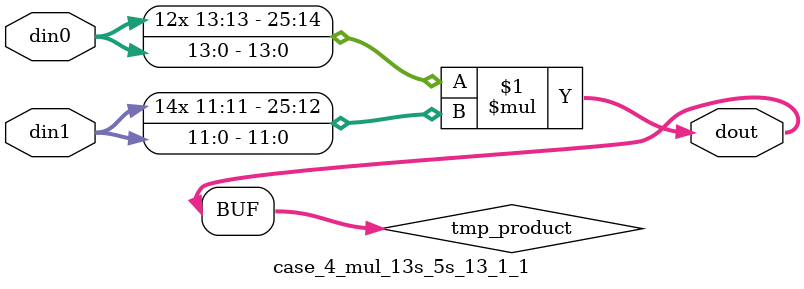
<source format=v>

`timescale 1 ns / 1 ps

 module case_4_mul_13s_5s_13_1_1(din0, din1, dout);
parameter ID = 1;
parameter NUM_STAGE = 0;
parameter din0_WIDTH = 14;
parameter din1_WIDTH = 12;
parameter dout_WIDTH = 26;

input [din0_WIDTH - 1 : 0] din0; 
input [din1_WIDTH - 1 : 0] din1; 
output [dout_WIDTH - 1 : 0] dout;

wire signed [dout_WIDTH - 1 : 0] tmp_product;



























assign tmp_product = $signed(din0) * $signed(din1);








assign dout = tmp_product;





















endmodule

</source>
